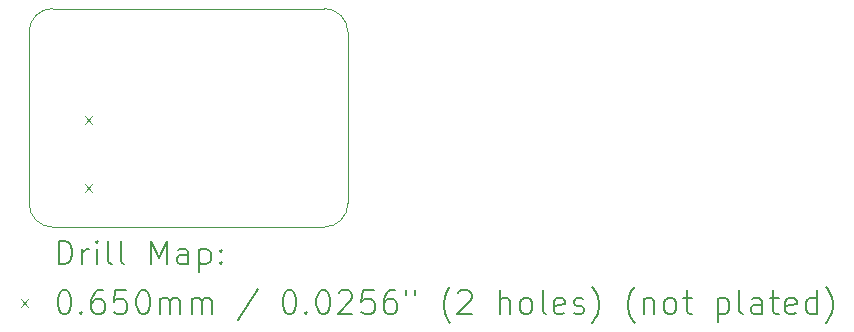
<source format=gbr>
%TF.GenerationSoftware,KiCad,Pcbnew,6.0.9+dfsg-1*%
%TF.CreationDate,2022-12-26T23:17:44+00:00*%
%TF.ProjectId,PMOD-USB-Device,504d4f44-2d55-4534-922d-446576696365,1*%
%TF.SameCoordinates,Original*%
%TF.FileFunction,Drillmap*%
%TF.FilePolarity,Positive*%
%FSLAX45Y45*%
G04 Gerber Fmt 4.5, Leading zero omitted, Abs format (unit mm)*
G04 Created by KiCad (PCBNEW 6.0.9+dfsg-1) date 2022-12-26 23:17:44*
%MOMM*%
%LPD*%
G01*
G04 APERTURE LIST*
%ADD10C,0.100000*%
%ADD11C,0.200000*%
%ADD12C,0.065000*%
G04 APERTURE END LIST*
D10*
X10300000Y-8150000D02*
X8000000Y-8150000D01*
X8000000Y-10000000D02*
X10300000Y-10000000D01*
X8000000Y-8150000D02*
G75*
G03*
X7800000Y-8350000I0J-200000D01*
G01*
X7800000Y-8350000D02*
X7800000Y-9800000D01*
X10500000Y-9800000D02*
X10500000Y-8350000D01*
X7800000Y-9800000D02*
G75*
G03*
X8000000Y-10000000I200000J0D01*
G01*
X10500000Y-8350000D02*
G75*
G03*
X10300000Y-8150000I-200000J0D01*
G01*
X10300000Y-10000000D02*
G75*
G03*
X10500000Y-9800000I0J200000D01*
G01*
D11*
D12*
X8271500Y-9058720D02*
X8336500Y-9123720D01*
X8336500Y-9058720D02*
X8271500Y-9123720D01*
X8271500Y-9636720D02*
X8336500Y-9701720D01*
X8336500Y-9636720D02*
X8271500Y-9701720D01*
D11*
X8052619Y-10315476D02*
X8052619Y-10115476D01*
X8100238Y-10115476D01*
X8128809Y-10125000D01*
X8147857Y-10144048D01*
X8157381Y-10163095D01*
X8166905Y-10201190D01*
X8166905Y-10229762D01*
X8157381Y-10267857D01*
X8147857Y-10286905D01*
X8128809Y-10305952D01*
X8100238Y-10315476D01*
X8052619Y-10315476D01*
X8252619Y-10315476D02*
X8252619Y-10182143D01*
X8252619Y-10220238D02*
X8262143Y-10201190D01*
X8271667Y-10191667D01*
X8290714Y-10182143D01*
X8309762Y-10182143D01*
X8376428Y-10315476D02*
X8376428Y-10182143D01*
X8376428Y-10115476D02*
X8366905Y-10125000D01*
X8376428Y-10134524D01*
X8385952Y-10125000D01*
X8376428Y-10115476D01*
X8376428Y-10134524D01*
X8500238Y-10315476D02*
X8481190Y-10305952D01*
X8471667Y-10286905D01*
X8471667Y-10115476D01*
X8605000Y-10315476D02*
X8585952Y-10305952D01*
X8576429Y-10286905D01*
X8576429Y-10115476D01*
X8833571Y-10315476D02*
X8833571Y-10115476D01*
X8900238Y-10258333D01*
X8966905Y-10115476D01*
X8966905Y-10315476D01*
X9147857Y-10315476D02*
X9147857Y-10210714D01*
X9138333Y-10191667D01*
X9119286Y-10182143D01*
X9081190Y-10182143D01*
X9062143Y-10191667D01*
X9147857Y-10305952D02*
X9128810Y-10315476D01*
X9081190Y-10315476D01*
X9062143Y-10305952D01*
X9052619Y-10286905D01*
X9052619Y-10267857D01*
X9062143Y-10248810D01*
X9081190Y-10239286D01*
X9128810Y-10239286D01*
X9147857Y-10229762D01*
X9243095Y-10182143D02*
X9243095Y-10382143D01*
X9243095Y-10191667D02*
X9262143Y-10182143D01*
X9300238Y-10182143D01*
X9319286Y-10191667D01*
X9328810Y-10201190D01*
X9338333Y-10220238D01*
X9338333Y-10277381D01*
X9328810Y-10296429D01*
X9319286Y-10305952D01*
X9300238Y-10315476D01*
X9262143Y-10315476D01*
X9243095Y-10305952D01*
X9424048Y-10296429D02*
X9433571Y-10305952D01*
X9424048Y-10315476D01*
X9414524Y-10305952D01*
X9424048Y-10296429D01*
X9424048Y-10315476D01*
X9424048Y-10191667D02*
X9433571Y-10201190D01*
X9424048Y-10210714D01*
X9414524Y-10201190D01*
X9424048Y-10191667D01*
X9424048Y-10210714D01*
D12*
X7730000Y-10612500D02*
X7795000Y-10677500D01*
X7795000Y-10612500D02*
X7730000Y-10677500D01*
D11*
X8090714Y-10535476D02*
X8109762Y-10535476D01*
X8128809Y-10545000D01*
X8138333Y-10554524D01*
X8147857Y-10573571D01*
X8157381Y-10611667D01*
X8157381Y-10659286D01*
X8147857Y-10697381D01*
X8138333Y-10716429D01*
X8128809Y-10725952D01*
X8109762Y-10735476D01*
X8090714Y-10735476D01*
X8071667Y-10725952D01*
X8062143Y-10716429D01*
X8052619Y-10697381D01*
X8043095Y-10659286D01*
X8043095Y-10611667D01*
X8052619Y-10573571D01*
X8062143Y-10554524D01*
X8071667Y-10545000D01*
X8090714Y-10535476D01*
X8243095Y-10716429D02*
X8252619Y-10725952D01*
X8243095Y-10735476D01*
X8233571Y-10725952D01*
X8243095Y-10716429D01*
X8243095Y-10735476D01*
X8424048Y-10535476D02*
X8385952Y-10535476D01*
X8366905Y-10545000D01*
X8357381Y-10554524D01*
X8338333Y-10583095D01*
X8328809Y-10621190D01*
X8328809Y-10697381D01*
X8338333Y-10716429D01*
X8347857Y-10725952D01*
X8366905Y-10735476D01*
X8405000Y-10735476D01*
X8424048Y-10725952D01*
X8433571Y-10716429D01*
X8443095Y-10697381D01*
X8443095Y-10649762D01*
X8433571Y-10630714D01*
X8424048Y-10621190D01*
X8405000Y-10611667D01*
X8366905Y-10611667D01*
X8347857Y-10621190D01*
X8338333Y-10630714D01*
X8328809Y-10649762D01*
X8624048Y-10535476D02*
X8528810Y-10535476D01*
X8519286Y-10630714D01*
X8528810Y-10621190D01*
X8547857Y-10611667D01*
X8595476Y-10611667D01*
X8614524Y-10621190D01*
X8624048Y-10630714D01*
X8633571Y-10649762D01*
X8633571Y-10697381D01*
X8624048Y-10716429D01*
X8614524Y-10725952D01*
X8595476Y-10735476D01*
X8547857Y-10735476D01*
X8528810Y-10725952D01*
X8519286Y-10716429D01*
X8757381Y-10535476D02*
X8776429Y-10535476D01*
X8795476Y-10545000D01*
X8805000Y-10554524D01*
X8814524Y-10573571D01*
X8824048Y-10611667D01*
X8824048Y-10659286D01*
X8814524Y-10697381D01*
X8805000Y-10716429D01*
X8795476Y-10725952D01*
X8776429Y-10735476D01*
X8757381Y-10735476D01*
X8738333Y-10725952D01*
X8728810Y-10716429D01*
X8719286Y-10697381D01*
X8709762Y-10659286D01*
X8709762Y-10611667D01*
X8719286Y-10573571D01*
X8728810Y-10554524D01*
X8738333Y-10545000D01*
X8757381Y-10535476D01*
X8909762Y-10735476D02*
X8909762Y-10602143D01*
X8909762Y-10621190D02*
X8919286Y-10611667D01*
X8938333Y-10602143D01*
X8966905Y-10602143D01*
X8985952Y-10611667D01*
X8995476Y-10630714D01*
X8995476Y-10735476D01*
X8995476Y-10630714D02*
X9005000Y-10611667D01*
X9024048Y-10602143D01*
X9052619Y-10602143D01*
X9071667Y-10611667D01*
X9081190Y-10630714D01*
X9081190Y-10735476D01*
X9176429Y-10735476D02*
X9176429Y-10602143D01*
X9176429Y-10621190D02*
X9185952Y-10611667D01*
X9205000Y-10602143D01*
X9233571Y-10602143D01*
X9252619Y-10611667D01*
X9262143Y-10630714D01*
X9262143Y-10735476D01*
X9262143Y-10630714D02*
X9271667Y-10611667D01*
X9290714Y-10602143D01*
X9319286Y-10602143D01*
X9338333Y-10611667D01*
X9347857Y-10630714D01*
X9347857Y-10735476D01*
X9738333Y-10525952D02*
X9566905Y-10783095D01*
X9995476Y-10535476D02*
X10014524Y-10535476D01*
X10033571Y-10545000D01*
X10043095Y-10554524D01*
X10052619Y-10573571D01*
X10062143Y-10611667D01*
X10062143Y-10659286D01*
X10052619Y-10697381D01*
X10043095Y-10716429D01*
X10033571Y-10725952D01*
X10014524Y-10735476D01*
X9995476Y-10735476D01*
X9976429Y-10725952D01*
X9966905Y-10716429D01*
X9957381Y-10697381D01*
X9947857Y-10659286D01*
X9947857Y-10611667D01*
X9957381Y-10573571D01*
X9966905Y-10554524D01*
X9976429Y-10545000D01*
X9995476Y-10535476D01*
X10147857Y-10716429D02*
X10157381Y-10725952D01*
X10147857Y-10735476D01*
X10138333Y-10725952D01*
X10147857Y-10716429D01*
X10147857Y-10735476D01*
X10281190Y-10535476D02*
X10300238Y-10535476D01*
X10319286Y-10545000D01*
X10328810Y-10554524D01*
X10338333Y-10573571D01*
X10347857Y-10611667D01*
X10347857Y-10659286D01*
X10338333Y-10697381D01*
X10328810Y-10716429D01*
X10319286Y-10725952D01*
X10300238Y-10735476D01*
X10281190Y-10735476D01*
X10262143Y-10725952D01*
X10252619Y-10716429D01*
X10243095Y-10697381D01*
X10233571Y-10659286D01*
X10233571Y-10611667D01*
X10243095Y-10573571D01*
X10252619Y-10554524D01*
X10262143Y-10545000D01*
X10281190Y-10535476D01*
X10424048Y-10554524D02*
X10433571Y-10545000D01*
X10452619Y-10535476D01*
X10500238Y-10535476D01*
X10519286Y-10545000D01*
X10528810Y-10554524D01*
X10538333Y-10573571D01*
X10538333Y-10592619D01*
X10528810Y-10621190D01*
X10414524Y-10735476D01*
X10538333Y-10735476D01*
X10719286Y-10535476D02*
X10624048Y-10535476D01*
X10614524Y-10630714D01*
X10624048Y-10621190D01*
X10643095Y-10611667D01*
X10690714Y-10611667D01*
X10709762Y-10621190D01*
X10719286Y-10630714D01*
X10728810Y-10649762D01*
X10728810Y-10697381D01*
X10719286Y-10716429D01*
X10709762Y-10725952D01*
X10690714Y-10735476D01*
X10643095Y-10735476D01*
X10624048Y-10725952D01*
X10614524Y-10716429D01*
X10900238Y-10535476D02*
X10862143Y-10535476D01*
X10843095Y-10545000D01*
X10833571Y-10554524D01*
X10814524Y-10583095D01*
X10805000Y-10621190D01*
X10805000Y-10697381D01*
X10814524Y-10716429D01*
X10824048Y-10725952D01*
X10843095Y-10735476D01*
X10881190Y-10735476D01*
X10900238Y-10725952D01*
X10909762Y-10716429D01*
X10919286Y-10697381D01*
X10919286Y-10649762D01*
X10909762Y-10630714D01*
X10900238Y-10621190D01*
X10881190Y-10611667D01*
X10843095Y-10611667D01*
X10824048Y-10621190D01*
X10814524Y-10630714D01*
X10805000Y-10649762D01*
X10995476Y-10535476D02*
X10995476Y-10573571D01*
X11071667Y-10535476D02*
X11071667Y-10573571D01*
X11366905Y-10811667D02*
X11357381Y-10802143D01*
X11338333Y-10773571D01*
X11328809Y-10754524D01*
X11319286Y-10725952D01*
X11309762Y-10678333D01*
X11309762Y-10640238D01*
X11319286Y-10592619D01*
X11328809Y-10564048D01*
X11338333Y-10545000D01*
X11357381Y-10516429D01*
X11366905Y-10506905D01*
X11433571Y-10554524D02*
X11443095Y-10545000D01*
X11462143Y-10535476D01*
X11509762Y-10535476D01*
X11528809Y-10545000D01*
X11538333Y-10554524D01*
X11547857Y-10573571D01*
X11547857Y-10592619D01*
X11538333Y-10621190D01*
X11424048Y-10735476D01*
X11547857Y-10735476D01*
X11785952Y-10735476D02*
X11785952Y-10535476D01*
X11871667Y-10735476D02*
X11871667Y-10630714D01*
X11862143Y-10611667D01*
X11843095Y-10602143D01*
X11814524Y-10602143D01*
X11795476Y-10611667D01*
X11785952Y-10621190D01*
X11995476Y-10735476D02*
X11976428Y-10725952D01*
X11966905Y-10716429D01*
X11957381Y-10697381D01*
X11957381Y-10640238D01*
X11966905Y-10621190D01*
X11976428Y-10611667D01*
X11995476Y-10602143D01*
X12024048Y-10602143D01*
X12043095Y-10611667D01*
X12052619Y-10621190D01*
X12062143Y-10640238D01*
X12062143Y-10697381D01*
X12052619Y-10716429D01*
X12043095Y-10725952D01*
X12024048Y-10735476D01*
X11995476Y-10735476D01*
X12176428Y-10735476D02*
X12157381Y-10725952D01*
X12147857Y-10706905D01*
X12147857Y-10535476D01*
X12328809Y-10725952D02*
X12309762Y-10735476D01*
X12271667Y-10735476D01*
X12252619Y-10725952D01*
X12243095Y-10706905D01*
X12243095Y-10630714D01*
X12252619Y-10611667D01*
X12271667Y-10602143D01*
X12309762Y-10602143D01*
X12328809Y-10611667D01*
X12338333Y-10630714D01*
X12338333Y-10649762D01*
X12243095Y-10668810D01*
X12414524Y-10725952D02*
X12433571Y-10735476D01*
X12471667Y-10735476D01*
X12490714Y-10725952D01*
X12500238Y-10706905D01*
X12500238Y-10697381D01*
X12490714Y-10678333D01*
X12471667Y-10668810D01*
X12443095Y-10668810D01*
X12424048Y-10659286D01*
X12414524Y-10640238D01*
X12414524Y-10630714D01*
X12424048Y-10611667D01*
X12443095Y-10602143D01*
X12471667Y-10602143D01*
X12490714Y-10611667D01*
X12566905Y-10811667D02*
X12576428Y-10802143D01*
X12595476Y-10773571D01*
X12605000Y-10754524D01*
X12614524Y-10725952D01*
X12624048Y-10678333D01*
X12624048Y-10640238D01*
X12614524Y-10592619D01*
X12605000Y-10564048D01*
X12595476Y-10545000D01*
X12576428Y-10516429D01*
X12566905Y-10506905D01*
X12928809Y-10811667D02*
X12919286Y-10802143D01*
X12900238Y-10773571D01*
X12890714Y-10754524D01*
X12881190Y-10725952D01*
X12871667Y-10678333D01*
X12871667Y-10640238D01*
X12881190Y-10592619D01*
X12890714Y-10564048D01*
X12900238Y-10545000D01*
X12919286Y-10516429D01*
X12928809Y-10506905D01*
X13005000Y-10602143D02*
X13005000Y-10735476D01*
X13005000Y-10621190D02*
X13014524Y-10611667D01*
X13033571Y-10602143D01*
X13062143Y-10602143D01*
X13081190Y-10611667D01*
X13090714Y-10630714D01*
X13090714Y-10735476D01*
X13214524Y-10735476D02*
X13195476Y-10725952D01*
X13185952Y-10716429D01*
X13176428Y-10697381D01*
X13176428Y-10640238D01*
X13185952Y-10621190D01*
X13195476Y-10611667D01*
X13214524Y-10602143D01*
X13243095Y-10602143D01*
X13262143Y-10611667D01*
X13271667Y-10621190D01*
X13281190Y-10640238D01*
X13281190Y-10697381D01*
X13271667Y-10716429D01*
X13262143Y-10725952D01*
X13243095Y-10735476D01*
X13214524Y-10735476D01*
X13338333Y-10602143D02*
X13414524Y-10602143D01*
X13366905Y-10535476D02*
X13366905Y-10706905D01*
X13376428Y-10725952D01*
X13395476Y-10735476D01*
X13414524Y-10735476D01*
X13633571Y-10602143D02*
X13633571Y-10802143D01*
X13633571Y-10611667D02*
X13652619Y-10602143D01*
X13690714Y-10602143D01*
X13709762Y-10611667D01*
X13719286Y-10621190D01*
X13728809Y-10640238D01*
X13728809Y-10697381D01*
X13719286Y-10716429D01*
X13709762Y-10725952D01*
X13690714Y-10735476D01*
X13652619Y-10735476D01*
X13633571Y-10725952D01*
X13843095Y-10735476D02*
X13824048Y-10725952D01*
X13814524Y-10706905D01*
X13814524Y-10535476D01*
X14005000Y-10735476D02*
X14005000Y-10630714D01*
X13995476Y-10611667D01*
X13976428Y-10602143D01*
X13938333Y-10602143D01*
X13919286Y-10611667D01*
X14005000Y-10725952D02*
X13985952Y-10735476D01*
X13938333Y-10735476D01*
X13919286Y-10725952D01*
X13909762Y-10706905D01*
X13909762Y-10687857D01*
X13919286Y-10668810D01*
X13938333Y-10659286D01*
X13985952Y-10659286D01*
X14005000Y-10649762D01*
X14071667Y-10602143D02*
X14147857Y-10602143D01*
X14100238Y-10535476D02*
X14100238Y-10706905D01*
X14109762Y-10725952D01*
X14128809Y-10735476D01*
X14147857Y-10735476D01*
X14290714Y-10725952D02*
X14271667Y-10735476D01*
X14233571Y-10735476D01*
X14214524Y-10725952D01*
X14205000Y-10706905D01*
X14205000Y-10630714D01*
X14214524Y-10611667D01*
X14233571Y-10602143D01*
X14271667Y-10602143D01*
X14290714Y-10611667D01*
X14300238Y-10630714D01*
X14300238Y-10649762D01*
X14205000Y-10668810D01*
X14471667Y-10735476D02*
X14471667Y-10535476D01*
X14471667Y-10725952D02*
X14452619Y-10735476D01*
X14414524Y-10735476D01*
X14395476Y-10725952D01*
X14385952Y-10716429D01*
X14376428Y-10697381D01*
X14376428Y-10640238D01*
X14385952Y-10621190D01*
X14395476Y-10611667D01*
X14414524Y-10602143D01*
X14452619Y-10602143D01*
X14471667Y-10611667D01*
X14547857Y-10811667D02*
X14557381Y-10802143D01*
X14576428Y-10773571D01*
X14585952Y-10754524D01*
X14595476Y-10725952D01*
X14605000Y-10678333D01*
X14605000Y-10640238D01*
X14595476Y-10592619D01*
X14585952Y-10564048D01*
X14576428Y-10545000D01*
X14557381Y-10516429D01*
X14547857Y-10506905D01*
M02*

</source>
